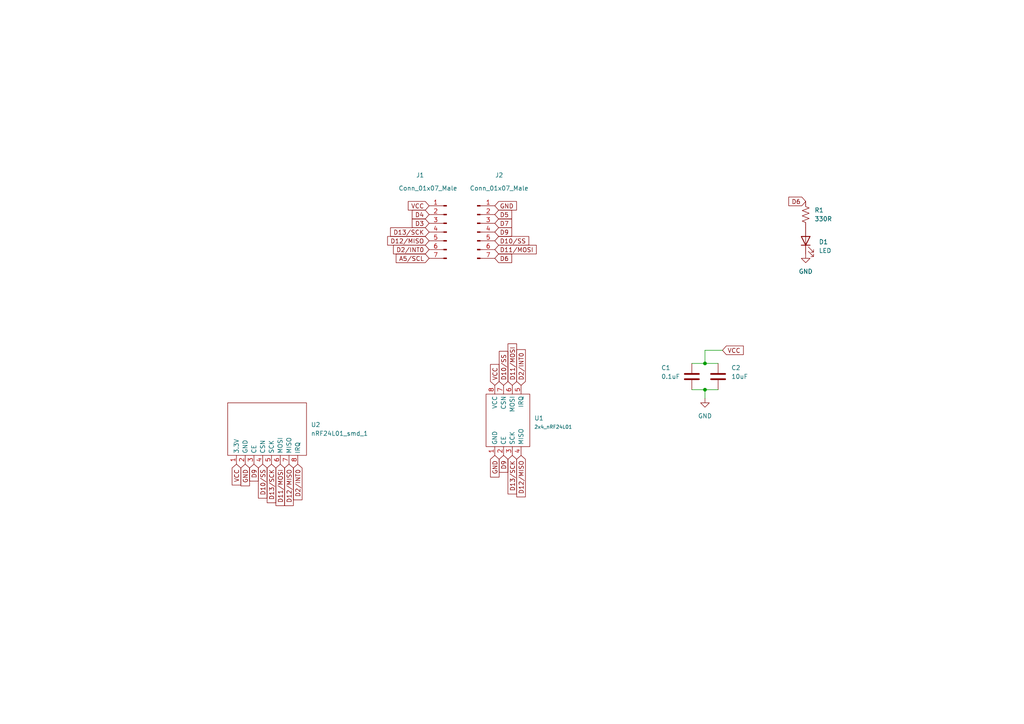
<source format=kicad_sch>
(kicad_sch (version 20211123) (generator eeschema)
  (paper "A4")
  (lib_symbols
    (symbol "Connector:Conn_01x07_Male" (pin_names (offset 1.016) hide)
      (property "Reference" "J" (at 0 10.16 0))
      (property "Value" "Conn_01x07_Male" (at 0 -10.16 0))
      (symbol "Conn_01x07_Male_1_1"
        (polyline (pts (xy 1.27 -7.62) (xy 0.8636 -7.62)) (stroke (width 0.1524)))
        (polyline (pts (xy 1.27 -5.08) (xy 0.8636 -5.08)) (stroke (width 0.1524)))
        (polyline (pts (xy 1.27 -2.54) (xy 0.8636 -2.54)) (stroke (width 0.1524)))
        (polyline (pts (xy 1.27 0) (xy 0.8636 0)) (stroke (width 0.1524)))
        (polyline (pts (xy 1.27 2.54) (xy 0.8636 2.54)) (stroke (width 0.1524)))
        (polyline (pts (xy 1.27 5.08) (xy 0.8636 5.08)) (stroke (width 0.1524)))
        (polyline (pts (xy 1.27 7.62) (xy 0.8636 7.62)) (stroke (width 0.1524)))
        (rectangle (start 0.8636 -7.493) (end 0 -7.747) (stroke (width 0.1524)) (fill (type outline)))
        (rectangle (start 0.8636 -4.953) (end 0 -5.207) (stroke (width 0.1524)) (fill (type outline)))
        (rectangle (start 0.8636 -2.413) (end 0 -2.667) (stroke (width 0.1524)) (fill (type outline)))
        (rectangle (start 0.8636 0.127) (end 0 -0.127) (stroke (width 0.1524)) (fill (type outline)))
        (rectangle (start 0.8636 2.667) (end 0 2.413) (stroke (width 0.1524)) (fill (type outline)))
        (rectangle (start 0.8636 5.207) (end 0 4.953) (stroke (width 0.1524)) (fill (type outline)))
        (rectangle (start 0.8636 7.747) (end 0 7.493) (stroke (width 0.1524)) (fill (type outline)))
        (pin passive line (at 5.08 7.62 180) (length 3.81) (name "Pin_1") (number "1"))
        (pin passive line (at 5.08 5.08 180) (length 3.81) (name "Pin_2") (number "2"))
        (pin passive line (at 5.08 2.54 180) (length 3.81) (name "Pin_3") (number "3"))
        (pin passive line (at 5.08 0 180) (length 3.81) (name "Pin_4") (number "4"))
        (pin passive line (at 5.08 -2.54 180) (length 3.81) (name "Pin_5") (number "5"))
        (pin passive line (at 5.08 -5.08 180) (length 3.81) (name "Pin_6") (number "6"))
        (pin passive line (at 5.08 -7.62 180) (length 3.81) (name "Pin_7") (number "7"))
      )
    )
    (symbol "Device:C" (pin_numbers hide) (pin_names (offset 0.254))
      (property "Reference" "C" (at 0.635 2.54 0))
      (property "Value" "C" (at 0.635 -2.54 0))
      (symbol "C_0_1"
        (polyline (pts (xy -2.032 -0.762) (xy 2.032 -0.762)) (stroke (width 0.508)))
        (polyline (pts (xy -2.032 0.762) (xy 2.032 0.762)) (stroke (width 0.508)))
      )
      (symbol "C_1_1"
        (pin passive line (at 0 3.81 270) (length 2.794) (name "~") (number "1"))
        (pin passive line (at 0 -3.81 90) (length 2.794) (name "~") (number "2"))
      )
    )
    (symbol "Device:LED" (pin_numbers hide) (pin_names (offset 1.016) hide)
      (property "Reference" "D" (at 0 2.54 0))
      (property "Value" "LED" (at 0 -2.54 0))
      (symbol "LED_0_1"
        (polyline (pts (xy -1.27 -1.27) (xy -1.27 1.27)) (stroke (width 0.254)))
        (polyline (pts (xy -1.27 0) (xy 1.27 0)))
        (polyline (pts (xy 1.27 -1.27) (xy 1.27 1.27) (xy -1.27 0) (xy 1.27 -1.27)) (stroke (width 0.254)))
        (polyline (pts (xy -3.048 -0.762) (xy -4.572 -2.286) (xy -3.81 -2.286) (xy -4.572 -2.286) (xy -4.572 -1.524)))
        (polyline (pts (xy -1.778 -0.762) (xy -3.302 -2.286) (xy -2.54 -2.286) (xy -3.302 -2.286) (xy -3.302 -1.524)))
      )
      (symbol "LED_1_1"
        (pin passive line (at -3.81 0 0) (length 2.54) (name "K") (number "1"))
        (pin passive line (at 3.81 0 180) (length 2.54) (name "A") (number "2"))
      )
    )
    (symbol "Device:R_US" (pin_numbers hide) (pin_names (offset 0))
      (property "Reference" "R" (at 2.54 0 90))
      (property "Value" "R_US" (at -2.54 0 90))
      (symbol "R_US_0_1"
        (polyline (pts (xy 0 -2.286) (xy 0 -2.54)))
        (polyline (pts (xy 0 2.286) (xy 0 2.54)))
        (polyline (pts (xy 0 -0.762) (xy 1.016 -1.143) (xy 0 -1.524) (xy -1.016 -1.905) (xy 0 -2.286)))
        (polyline (pts (xy 0 0.762) (xy 1.016 0.381) (xy 0 0) (xy -1.016 -0.381) (xy 0 -0.762)))
        (polyline (pts (xy 0 2.286) (xy 1.016 1.905) (xy 0 1.524) (xy -1.016 1.143) (xy 0 0.762)))
      )
      (symbol "R_US_1_1"
        (pin passive line (at 0 3.81 270) (length 1.27) (name "~") (number "1"))
        (pin passive line (at 0 -3.81 90) (length 1.27) (name "~") (number "2"))
      )
    )
    (symbol "MyNewSymbolLibrary:2x4_nRF24L01"
      (property "Reference" "U" (at 0 0 0))
      (property "Value" "2x4_nRF24L01" (at 0 0 0))
      (symbol "2x4_nRF24L01_0_1"
        (rectangle (start -6.35 7.62) (end 6.35 -7.62))
      )
      (symbol "2x4_nRF24L01_1_1"
        (pin bidirectional line (at -3.81 -10.16 90) (length 2.54) (name "GND") (number "1"))
        (pin bidirectional line (at -1.27 -10.16 90) (length 2.54) (name "CE") (number "2"))
        (pin bidirectional line (at 1.27 -10.16 90) (length 2.54) (name "SCK") (number "3"))
        (pin bidirectional line (at 3.81 -10.16 90) (length 2.54) (name "MISO") (number "4"))
        (pin bidirectional line (at 3.81 10.16 270) (length 2.54) (name "IRQ") (number "5"))
        (pin bidirectional line (at 1.27 10.16 270) (length 2.54) (name "MOSI") (number "6"))
        (pin bidirectional line (at -1.27 10.16 270) (length 2.54) (name "CSN") (number "7"))
        (pin bidirectional line (at -3.81 10.16 270) (length 2.54) (name "VCC") (number "8"))
      )
    )
    (symbol "MyNewSymbolLibrary:nRF24L01_smd_1"
      (property "Reference" "U" (at 0 10.16 0))
      (property "Value" "nRF24L01_smd_1" (at 0 7.62 0))
      (symbol "nRF24L01_smd_1_0_1"
        (rectangle (start -10.16 0) (end 12.7 15.24))
      )
      (symbol "nRF24L01_smd_1_1_1"
        (pin bidirectional line (at -7.62 -2.54 90) (length 2.54) (name "3.3V") (number "1"))
        (pin bidirectional line (at -5.08 -2.54 90) (length 2.54) (name "GND") (number "2"))
        (pin bidirectional line (at -2.54 -2.54 90) (length 2.54) (name "CE") (number "3"))
        (pin bidirectional line (at 0 -2.54 90) (length 2.54) (name "CSN") (number "4"))
        (pin bidirectional line (at 2.54 -2.54 90) (length 2.54) (name "SCK") (number "5"))
        (pin bidirectional line (at 5.08 -2.54 90) (length 2.54) (name "MOSI") (number "6"))
        (pin bidirectional line (at 7.62 -2.54 90) (length 2.54) (name "MISO") (number "7"))
        (pin bidirectional line (at 10.16 -2.54 90) (length 2.54) (name "IRQ") (number "8"))
      )
    )
    (symbol "power:GND" (power) (pin_names (offset 0))
      (property "Value" "GND" (at 0 -3.81 0))
      (symbol "GND_0_1"
        (polyline (pts (xy 0 0) (xy 0 -1.27) (xy 1.27 -1.27) (xy 0 -2.54) (xy -1.27 -1.27) (xy 0 -1.27)))
      )
      (symbol "GND_1_1"
        (pin power_in line (at 0 0 270) (length 0) hide (name "GND") (number "1"))
      )
    )
  )
  (junction (at 204.47 105.41))
  (junction (at 204.47 113.03))
  (wire (pts (xy 204.47 105.41) (xy 208.28 105.41)))
  (wire (pts (xy 204.47 113.03) (xy 208.28 113.03)))
  (wire (pts (xy 204.47 101.6) (xy 204.47 105.41)))
  (wire (pts (xy 200.66 113.03) (xy 204.47 113.03)))
  (wire (pts (xy 200.66 105.41) (xy 204.47 105.41)))
  (wire (pts (xy 204.47 115.57) (xy 204.47 113.03)))
  (wire (pts (xy 209.55 101.6) (xy 204.47 101.6)))
  (global_label "D5" (shape input) (at 143.51 62.23 0) (property "Intersheet References" "${INTERSHEET_REFS}" (effects hide)))
  (global_label "VCC" (shape input) (at 68.58 134.62 270) (property "Intersheet References" "${INTERSHEET_REFS}" (effects hide)))
  (global_label "D2{slash}INT0" (shape input) (at 86.36 134.62 270) (property "Intersheet References" "${INTERSHEET_REFS}" (effects hide)))
  (global_label "D6" (shape input) (at 143.51 74.93 0) (property "Intersheet References" "${INTERSHEET_REFS}" (effects hide)))
  (global_label "VCC" (shape input) (at 209.55 101.6 0) (property "Intersheet References" "${INTERSHEET_REFS}" (effects hide)))
  (global_label "D9" (shape input) (at 143.51 67.31 0) (property "Intersheet References" "${INTERSHEET_REFS}" (effects hide)))
  (global_label "D13{slash}SCK" (shape input) (at 78.74 134.62 270) (property "Intersheet References" "${INTERSHEET_REFS}" (effects hide)))
  (global_label "D13{slash}SCK" (shape input) (at 124.46 67.31 180) (property "Intersheet References" "${INTERSHEET_REFS}" (effects hide)))
  (global_label "D9" (shape input) (at 73.66 134.62 270) (property "Intersheet References" "${INTERSHEET_REFS}" (effects hide)))
  (global_label "D12{slash}MISO" (shape input) (at 151.13 132.08 270) (property "Intersheet References" "${INTERSHEET_REFS}" (effects hide)))
  (global_label "D11{slash}MOSI" (shape input) (at 148.59 111.76 90) (property "Intersheet References" "${INTERSHEET_REFS}" (effects hide)))
  (global_label "D3" (shape input) (at 124.46 64.77 180) (property "Intersheet References" "${INTERSHEET_REFS}" (effects hide)))
  (global_label "VCC" (shape input) (at 124.46 59.69 180) (property "Intersheet References" "${INTERSHEET_REFS}" (effects hide)))
  (global_label "VCC" (shape input) (at 143.51 111.76 90) (property "Intersheet References" "${INTERSHEET_REFS}" (effects hide)))
  (global_label "D7" (shape input) (at 143.51 64.77 0) (property "Intersheet References" "${INTERSHEET_REFS}" (effects hide)))
  (global_label "D2{slash}INT0" (shape input) (at 124.46 72.39 180) (property "Intersheet References" "${INTERSHEET_REFS}" (effects hide)))
  (global_label "GND" (shape input) (at 143.51 59.69 0) (property "Intersheet References" "${INTERSHEET_REFS}" (effects hide)))
  (global_label "D12{slash}MISO" (shape input) (at 124.46 69.85 180) (property "Intersheet References" "${INTERSHEET_REFS}" (effects hide)))
  (global_label "D4" (shape input) (at 124.46 62.23 180) (property "Intersheet References" "${INTERSHEET_REFS}" (effects hide)))
  (global_label "A5{slash}SCL" (shape input) (at 124.46 74.93 180) (property "Intersheet References" "${INTERSHEET_REFS}" (effects hide)))
  (global_label "GND" (shape input) (at 71.12 134.62 270) (property "Intersheet References" "${INTERSHEET_REFS}" (effects hide)))
  (global_label "D9" (shape input) (at 146.05 132.08 270) (property "Intersheet References" "${INTERSHEET_REFS}" (effects hide)))
  (global_label "D13{slash}SCK" (shape input) (at 148.59 132.08 270) (property "Intersheet References" "${INTERSHEET_REFS}" (effects hide)))
  (global_label "GND" (shape input) (at 143.51 132.08 270) (property "Intersheet References" "${INTERSHEET_REFS}" (effects hide)))
  (global_label "D10{slash}SS" (shape input) (at 143.51 69.85 0) (property "Intersheet References" "${INTERSHEET_REFS}" (effects hide)))
  (global_label "D2{slash}INT0" (shape input) (at 151.13 111.76 90) (property "Intersheet References" "${INTERSHEET_REFS}" (effects hide)))
  (global_label "D11{slash}MOSI" (shape input) (at 143.51 72.39 0) (property "Intersheet References" "${INTERSHEET_REFS}" (effects hide)))
  (global_label "D10{slash}SS" (shape input) (at 146.05 111.76 90) (property "Intersheet References" "${INTERSHEET_REFS}" (effects hide)))
  (global_label "D6" (shape input) (at 233.68 58.42 180) (property "Intersheet References" "${INTERSHEET_REFS}" (effects hide)))
  (global_label "D11{slash}MOSI" (shape input) (at 81.28 134.62 270) (property "Intersheet References" "${INTERSHEET_REFS}" (effects hide)))
  (global_label "D10{slash}SS" (shape input) (at 76.2 134.62 270) (property "Intersheet References" "${INTERSHEET_REFS}" (effects hide)))
  (global_label "D12{slash}MISO" (shape input) (at 83.82 134.62 270) (property "Intersheet References" "${INTERSHEET_REFS}" (effects hide)))
  (symbol (lib_id "power:GND") (at 204.47 115.57 0) (unit 1)
    (property "Reference" "#PWR02" (effects hide))
    (property "Value" "GND" (at 204.47 120.65 0))
  )
  (symbol (lib_id "Device:C") (at 208.28 109.22 0) (unit 1)
    (property "Reference" "C2" (at 212.09 106.68 0) (effects (justify left)))
    (property "Value" "10uF" (at 212.09 109.22 0) (effects (justify left)))
    (property "Footprint" "Capacitor_SMD:C_0805_2012Metric_Pad1.18x1.45mm_HandSolder" (effects hide))
  )
  (symbol (lib_id "Device:R_US") (at 233.68 62.23 0) (unit 1)
    (property "Reference" "R1" (at 236.22 60.9599 0) (effects (justify left)))
    (property "Value" "330R" (at 236.22 63.4999 0) (effects (justify left)))
    (property "Footprint" "Resistor_SMD:R_0805_2012Metric_Pad1.20x1.40mm_HandSolder" (effects hide))
  )
  (symbol (lib_id "Connector:Conn_01x07_Male") (at 138.43 67.31 0) (unit 1)
    (property "Reference" "J2" (at 144.78 50.8 0))
    (property "Value" "Conn_01x07_Male" (at 144.78 54.61 0))
    (property "Footprint" "Connector_PinHeader_2.54mm:PinHeader_1x07_P2.54mm_Vertical" (effects hide))
  )
  (symbol (lib_id "MyNewSymbolLibrary:nRF24L01_smd_1") (at 76.2 132.08 0) (unit 1)
    (property "Reference" "U2" (at 90.17 123.1899 0) (effects (justify left)))
    (property "Value" "nRF24L01_smd_1" (at 90.17 125.7299 0) (effects (justify left)))
    (property "Footprint" "MyGlobalLibrary:nRF24L01_smd" (effects hide))
  )
  (symbol (lib_id "Connector:Conn_01x07_Male") (at 129.54 67.31 0) (mirror y) (unit 1)
    (property "Reference" "J1" (at 120.65 50.8 0) (effects (justify right)))
    (property "Value" "Conn_01x07_Male" (at 115.57 54.61 0) (effects (justify right)))
    (property "Footprint" "Connector_PinHeader_2.54mm:PinHeader_1x07_P2.54mm_Vertical" (effects hide))
  )
  (symbol (lib_id "power:GND") (at 233.68 73.66 0) (unit 1)
    (property "Reference" "#PWR03" (effects hide))
    (property "Value" "GND" (at 233.68 78.74 0))
  )
  (symbol (lib_id "MyNewSymbolLibrary:2x4_nRF24L01") (at 147.32 121.92 0) (unit 1)
    (property "Reference" "U1" (at 154.94 121.2849 0) (effects (justify left)))
    (property "Value" "2x4_nRF24L01" (at 154.94 123.825 0) (effects (font (size 1 1)) (justify left)))
    (property "Footprint" "MyGlobalLibrary:2X4_nRF24L01" (effects hide))
  )
  (symbol (lib_id "Device:LED") (at 233.68 69.85 90) (unit 1)
    (property "Reference" "D1" (at 237.49 70.1674 90) (effects (justify right)))
    (property "Value" "LED" (at 237.49 72.7074 90) (effects (justify right)))
    (property "Footprint" "LED_SMD:LED_0805_2012Metric_Pad1.15x1.40mm_HandSolder" (effects hide))
  )
  (symbol (lib_id "Device:C") (at 200.66 109.22 0) (unit 1)
    (property "Reference" "C1" (at 191.77 106.68 0) (effects (justify left)))
    (property "Value" "0.1uF" (at 191.77 109.22 0) (effects (justify left)))
    (property "Footprint" "Capacitor_SMD:C_0805_2012Metric_Pad1.18x1.45mm_HandSolder" (effects hide))
  )
)
</source>
